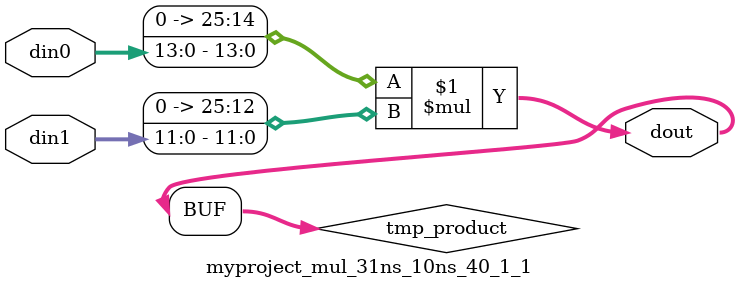
<source format=v>

`timescale 1 ns / 1 ps

  module myproject_mul_31ns_10ns_40_1_1(din0, din1, dout);
parameter ID = 1;
parameter NUM_STAGE = 0;
parameter din0_WIDTH = 14;
parameter din1_WIDTH = 12;
parameter dout_WIDTH = 26;

input [din0_WIDTH - 1 : 0] din0; 
input [din1_WIDTH - 1 : 0] din1; 
output [dout_WIDTH - 1 : 0] dout;

wire signed [dout_WIDTH - 1 : 0] tmp_product;










assign tmp_product = $signed({1'b0, din0}) * $signed({1'b0, din1});











assign dout = tmp_product;







endmodule

</source>
